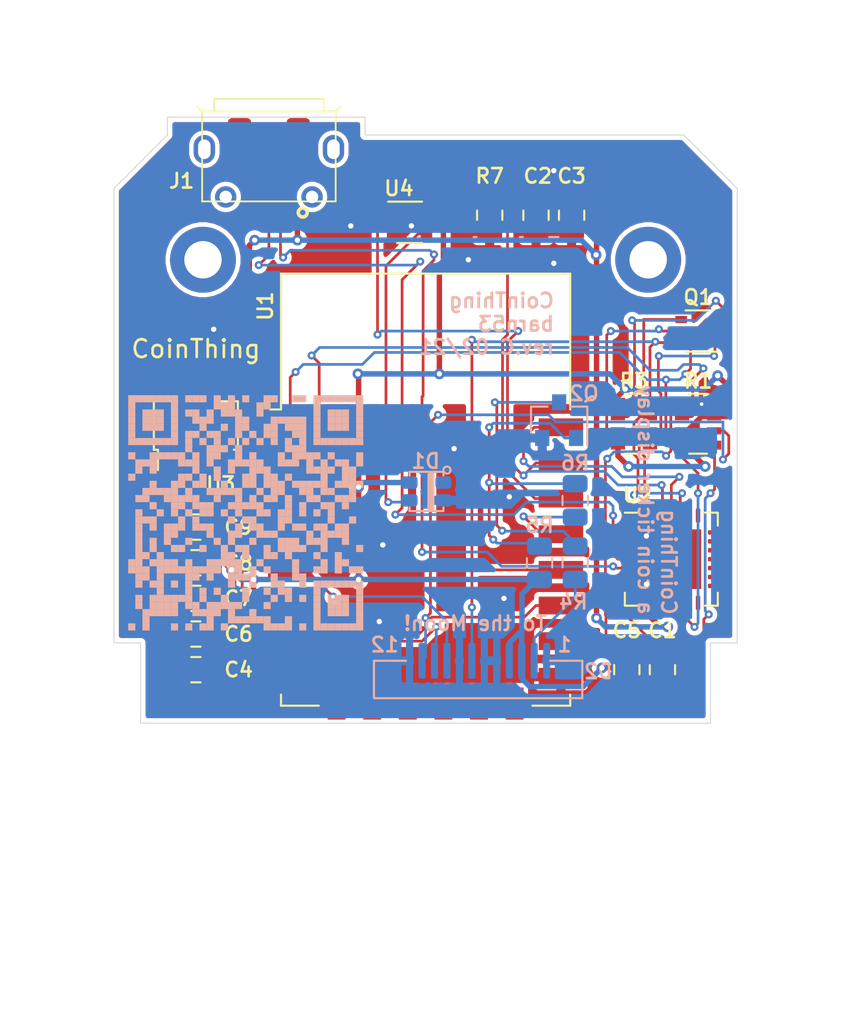
<source format=kicad_pcb>
(kicad_pcb (version 20171130) (host pcbnew "(5.1.6-0-10_14)")
  (layers (0 F.Cu signal) (31 B.Cu signal) (34 B.Paste user) (35 F.Paste user) (36 B.SilkS user) (37 F.SilkS user) (38 B.Mask user) (39 F.Mask user) (44 Edge.Cuts user))
  (net 0 "")
  (net 1 GND)
  (net 2 /VDD)
  (net 3 VBUS)
  (net 4 /~Reset)
  (net 5 +3V3)
  (net 6 /~TFT_RES)
  (net 7 /TFT_SDA)
  (net 8 /TFT_SCL)
  (net 9 /GPIO0)
  (net 10 /LEDK)
  (net 11 /D-)
  (net 12 /D+)
  (net 13 "Net-(Q1-Pad5)")
  (net 14 /RTS)
  (net 15 "Net-(Q1-Pad2)")
  (net 16 /DTR)
  (net 17 "Net-(Q2-Pad3)")
  (net 18 "Net-(Q2-Pad1)")
  (net 19 "Net-(R1-Pad5)")
  (net 20 "Net-(R1-Pad6)")
  (net 21 "Net-(R1-Pad8)")
  (net 22 /TFT_BL)
  (net 23 /RxD)
  (net 24 /GPIO5)
  (net 25 /TxD)
  (net 26 "Net-(D1-Pad3)")
  (module hole (layer F.Cu) (at 175 63)
    (fp_text reference REF** hide)
    (fp_text value hole hide)
    (pad "" thru_hole circle (at 0 0) (size 3.7 3.7) (drill 2.1) (layers *.Cu *.Mask))
  )
  (module hole (layer F.Cu) (at 150 63)
    (fp_text reference REF** hide)
    (fp_text value hole hide)
    (pad "" thru_hole circle (at 0 0) (size 3.7 3.7) (drill 2.1) (layers *.Cu *.Mask))
  )
  (module barn53-kicad:WS2812B-2020 (layer B.Cu) (at 162.5 76)
    (fp_text reference D1 (at 0 -1.7) (layer B.SilkS) (effects (font (size 0.8128 0.8128) (thickness 0.1524)) (justify mirror)))
    (fp_text value WS2812B-2020)
    (pad 4 smd roundrect (at -0.9 -0.5) (size 0.9 0.7) (layers B.Cu B.Paste B.Mask) (net 5 +3V3))
    (pad 3 smd roundrect (at -0.9 0.5) (size 0.9 0.7) (layers B.Cu B.Paste B.Mask) (net 26 "Net-(D1-Pad3)"))
    (pad 2 smd roundrect (at 1 0.5) (size 0.9 0.7) (layers B.Cu B.Paste B.Mask) (net 1 GND))
    (pad 1 smd roundrect (at 1 -0.5) (size 0.9 0.7) (layers B.Cu B.Paste B.Mask))
  )
  (module barn53-kicad:IPSDisplay_240x240_FPC_80deg (layer F.Cu) (at 162.5 85.5)
    (fp_text reference D2 (at 9.7 0.6) (layer B.SilkS) (effects (font (size 0.8128 0.8128) (thickness 0.1524)) (justify mirror)))
    (fp_text value IPSDisplay_240x240)
    (fp_text user 12 (at -2.3 -0.9) (layer B.SilkS) (effects (font (size 0.8128 0.8128) (thickness 0.1524)) (justify mirror)))
    (fp_text user 1 (at 7.8 -0.9) (layer B.SilkS) (effects (font (size 0.8128 0.8128) (thickness 0.1524)) (justify mirror)))
    (pad 12 smd roundrect (at -0.9 0) (size 0.4 2) (layers B.Cu B.Paste B.Mask) (net 1 GND))
    (pad 11 smd roundrect (at -0.2 0) (size 0.4 2) (layers B.Cu B.Paste B.Mask) (net 6 /~TFT_RES))
    (pad 10 smd roundrect (at 0.5 0) (size 0.4 2) (layers B.Cu B.Paste B.Mask) (net 7 /TFT_SDA))
    (pad 9 smd roundrect (at 1.2 0) (size 0.4 2) (layers B.Cu B.Paste B.Mask) (net 8 /TFT_SCL))
    (pad 8 smd roundrect (at 1.9 0) (size 0.4 2) (layers B.Cu B.Paste B.Mask) (net 1 GND))
    (pad 7 smd roundrect (at 2.6 0) (size 0.4 2) (layers B.Cu B.Paste B.Mask) (net 9 /GPIO0))
    (pad 6 smd roundrect (at 3.3 0) (size 0.4 2) (layers B.Cu B.Paste B.Mask) (net 1 GND))
    (pad 5 smd roundrect (at 4 0) (size 0.4 2) (layers B.Cu B.Paste B.Mask) (net 1 GND))
    (pad 4 smd roundrect (at 4.7 0) (size 0.4 2) (layers B.Cu B.Paste B.Mask) (net 5 +3V3))
    (pad 3 smd roundrect (at 5.4 0) (size 0.4 2) (layers B.Cu B.Paste B.Mask) (net 5 +3V3))
    (pad 2 smd roundrect (at 6.1 0) (size 0.4 2) (layers B.Cu B.Paste B.Mask) (net 10 /LEDK))
    (pad 1 smd roundrect (at 6.8 0) (size 0.4 2) (layers B.Cu B.Paste B.Mask) (net 1 GND))
  )
  (module barn53-kicad:ESP-12E (layer F.Cu) (at 162.5 75.9)
    (fp_text reference U1 (at -9 -10.3 270) (layer F.SilkS) (effects (font (size 0.8128 0.8128) (thickness 0.1524))))
    (fp_text value ESP-12E)
    (pad 1 smd rect (at -7.6 -3.5) (size 2.5 1) (layers F.Cu F.Paste F.Mask) (net 4 /~Reset))
    (pad 2 smd rect (at -7.6 -1.5) (size 2.5 1) (layers F.Cu F.Paste F.Mask))
    (pad 3 smd rect (at -7.6 0.5) (size 2.5 1) (layers F.Cu F.Paste F.Mask) (net 20 "Net-(R1-Pad6)"))
    (pad 4 smd rect (at -7.6 2.5) (size 2.5 1) (layers F.Cu F.Paste F.Mask))
    (pad 5 smd rect (at -7.6 4.5) (size 2.5 1) (layers F.Cu F.Paste F.Mask) (net 8 /TFT_SCL))
    (pad 6 smd rect (at -7.6 6.5) (size 2.5 1) (layers F.Cu F.Paste F.Mask))
    (pad 7 smd rect (at -7.6 8.5) (size 2.5 1) (layers F.Cu F.Paste F.Mask) (net 7 /TFT_SDA))
    (pad 8 smd rect (at -7.6 10.5) (size 2.5 1) (layers F.Cu F.Paste F.Mask) (net 5 +3V3))
    (pad 9 smd rect (at -5 12) (size 1 1.8) (layers F.Cu F.Paste F.Mask))
    (pad 10 smd rect (at -3 12) (size 1 1.8) (layers F.Cu F.Paste F.Mask))
    (pad 11 smd rect (at -1 12) (size 1 1.8) (layers F.Cu F.Paste F.Mask))
    (pad 12 smd rect (at 1 12) (size 1 1.8) (layers F.Cu F.Paste F.Mask))
    (pad 13 smd rect (at 3 12) (size 1 1.8) (layers F.Cu F.Paste F.Mask))
    (pad 14 smd rect (at 5 12) (size 1 1.8) (layers F.Cu F.Paste F.Mask))
    (pad 15 smd rect (at 7.6 10.5) (size 2.5 1) (layers F.Cu F.Paste F.Mask) (net 1 GND))
    (pad 16 smd rect (at 7.6 8.5) (size 2.5 1) (layers F.Cu F.Paste F.Mask) (net 19 "Net-(R1-Pad5)"))
    (pad 17 smd rect (at 7.6 6.5) (size 2.5 1) (layers F.Cu F.Paste F.Mask) (net 6 /~TFT_RES))
    (pad 18 smd rect (at 7.6 4.5) (size 2.5 1) (layers F.Cu F.Paste F.Mask) (net 9 /GPIO0))
    (pad 19 smd rect (at 7.6 2.5) (size 2.5 1) (layers F.Cu F.Paste F.Mask) (net 22 /TFT_BL))
    (pad 20 smd rect (at 7.6 0.5) (size 2.5 1) (layers F.Cu F.Paste F.Mask) (net 24 /GPIO5))
    (pad 21 smd rect (at 7.6 -1.5) (size 2.5 1) (layers F.Cu F.Paste F.Mask) (net 25 /TxD))
    (pad 22 smd rect (at 7.6 -3.5) (size 2.5 1) (layers F.Cu F.Paste F.Mask) (net 23 /RxD))
  )
  (module https:__barn53.github.io_CoinThing_ (layer B.Cu) (at 152.4 77.2 180)
    (fp_text reference QR***** hide)
    (fp_text value https://barn53.github.io/CoinThing/ hide)
  )
  (module Package_TO_SOT_SMD:SOT-353_SC-70-5 (layer F.Cu) (at 161.6 60.9)
    (fp_text reference U4 (at -0.6 -1.9) (layer F.SilkS) (effects (font (size 0.8128 0.8128) (thickness 0.1524))))
    (fp_text value 74AHC1G08)
    (pad 5 smd rect (at 0.95 -0.65) (size 0.65 0.4) (layers F.Cu F.Paste F.Mask) (net 5 +3V3))
    (pad 4 smd rect (at 0.95 0.65) (size 0.65 0.4) (layers F.Cu F.Paste F.Mask) (net 26 "Net-(D1-Pad3)"))
    (pad 2 smd rect (at -0.95 0) (size 0.65 0.4) (layers F.Cu F.Paste F.Mask) (net 24 /GPIO5))
    (pad 3 smd rect (at -0.95 0.65) (size 0.65 0.4) (layers F.Cu F.Paste F.Mask) (net 1 GND))
    (pad 1 smd rect (at -0.95 -0.65) (size 0.65 0.4) (layers F.Cu F.Paste F.Mask) (net 25 /TxD))
  )
  (module Package_TO_SOT_SMD:SOT-89-3 (layer F.Cu) (at 149.6 72.6 90)
    (fp_text reference U3 (at -3 1.4) (layer F.SilkS) (effects (font (size 0.8128 0.8128) (thickness 0.1524))))
    (fp_text value BL8565)
    (pad 2 smd custom (at -1.5625 0 90) (size 1.475 0.9) (layers F.Cu F.Paste F.Mask) (net 3 VBUS) (options (clearance outline) (anchor rect)) (primitives (gr_poly (pts (xy 0.7375 -0.8665) (xy 3.8625 -0.8665) (xy 3.8625 0.8665) (xy 0.7375 0.8665)) (width 0))))
    (pad 3 smd rect (at -1.65 1.5 90) (size 1.3 0.9) (layers F.Cu F.Paste F.Mask) (net 5 +3V3))
    (pad 1 smd rect (at -1.65 -1.5 90) (size 1.3 0.9) (layers F.Cu F.Paste F.Mask) (net 1 GND))
  )
  (module Package_DFN_QFN:QFN-28-1EP_5x5mm_P0.5mm_EP3.35x3.35mm (layer F.Cu) (at 176.3 79.8)
    (fp_text reference U2 (at -1.9 -3.6 180) (layer F.SilkS) (effects (font (size 0.8128 0.8128) (thickness 0.1524))))
    (fp_text value CP2102-GMR_NRND)
    (pad 29 smd rect (at 0 0) (size 3.35 3.35) (layers F.Cu F.Mask) (net 1 GND))
    (pad 28 smd roundrect (at -1.5 -2.45) (size 0.25 0.8) (layers F.Cu F.Paste F.Mask) (net 16 /DTR))
    (pad 27 smd roundrect (at -1 -2.45) (size 0.25 0.8) (layers F.Cu F.Paste F.Mask))
    (pad 26 smd roundrect (at -0.5 -2.45) (size 0.25 0.8) (layers F.Cu F.Paste F.Mask) (net 25 /TxD))
    (pad 25 smd roundrect (at 0 -2.45) (size 0.25 0.8) (layers F.Cu F.Paste F.Mask) (net 23 /RxD))
    (pad 24 smd roundrect (at 0.5 -2.45) (size 0.25 0.8) (layers F.Cu F.Paste F.Mask) (net 14 /RTS))
    (pad 23 smd roundrect (at 1 -2.45) (size 0.25 0.8) (layers F.Cu F.Paste F.Mask))
    (pad 22 smd roundrect (at 1.5 -2.45) (size 0.25 0.8) (layers F.Cu F.Paste F.Mask))
    (pad 21 smd roundrect (at 2.45 -1.5) (size 0.8 0.25) (layers F.Cu F.Paste F.Mask))
    (pad 20 smd roundrect (at 2.45 -1) (size 0.8 0.25) (layers F.Cu F.Paste F.Mask))
    (pad 19 smd roundrect (at 2.45 -0.5) (size 0.8 0.25) (layers F.Cu F.Paste F.Mask))
    (pad 18 smd roundrect (at 2.45 0) (size 0.8 0.25) (layers F.Cu F.Paste F.Mask))
    (pad 17 smd roundrect (at 2.45 0.5) (size 0.8 0.25) (layers F.Cu F.Paste F.Mask))
    (pad 16 smd roundrect (at 2.45 1) (size 0.8 0.25) (layers F.Cu F.Paste F.Mask))
    (pad 15 smd roundrect (at 2.45 1.5) (size 0.8 0.25) (layers F.Cu F.Paste F.Mask))
    (pad 14 smd roundrect (at 1.5 2.45) (size 0.25 0.8) (layers F.Cu F.Paste F.Mask))
    (pad 13 smd roundrect (at 1 2.45) (size 0.25 0.8) (layers F.Cu F.Paste F.Mask))
    (pad 12 smd roundrect (at 0.5 2.45) (size 0.25 0.8) (layers F.Cu F.Paste F.Mask))
    (pad 11 smd roundrect (at 0 2.45) (size 0.25 0.8) (layers F.Cu F.Paste F.Mask))
    (pad 10 smd roundrect (at -0.5 2.45) (size 0.25 0.8) (layers F.Cu F.Paste F.Mask))
    (pad 9 smd roundrect (at -1 2.45) (size 0.25 0.8) (layers F.Cu F.Paste F.Mask) (net 21 "Net-(R1-Pad8)"))
    (pad 8 smd roundrect (at -1.5 2.45) (size 0.25 0.8) (layers F.Cu F.Paste F.Mask) (net 3 VBUS))
    (pad 7 smd roundrect (at -2.45 1.5) (size 0.8 0.25) (layers F.Cu F.Paste F.Mask) (net 3 VBUS))
    (pad 6 smd roundrect (at -2.45 1) (size 0.8 0.25) (layers F.Cu F.Paste F.Mask) (net 2 /VDD))
    (pad 5 smd roundrect (at -2.45 0.5) (size 0.8 0.25) (layers F.Cu F.Paste F.Mask) (net 11 /D-))
    (pad 4 smd roundrect (at -2.45 0) (size 0.8 0.25) (layers F.Cu F.Paste F.Mask) (net 12 /D+))
    (pad 3 smd roundrect (at -2.45 -0.5) (size 0.8 0.25) (layers F.Cu F.Paste F.Mask) (net 1 GND))
    (pad 2 smd roundrect (at -2.45 -1) (size 0.8 0.25) (layers F.Cu F.Paste F.Mask))
    (pad 1 smd roundrect (at -2.45 -1.5) (size 0.8 0.25) (layers F.Cu F.Paste F.Mask))
  )
  (module Resistor_SMD:R_0805_2012Metric (layer F.Cu) (at 166.1 60.5 270)
    (fp_text reference R7 (at -2.2 0 180) (layer F.SilkS) (effects (font (size 0.8128 0.8128) (thickness 0.1524))))
    (fp_text value 10k)
    (pad 2 smd roundrect (at 0.9375 0 270) (size 0.975 1.4) (layers F.Cu F.Paste F.Mask) (net 1 GND))
    (pad 1 smd roundrect (at -0.9375 0 270) (size 0.975 1.4) (layers F.Cu F.Paste F.Mask) (net 24 /GPIO5))
  )
  (module Package_TO_SOT_SMD:SOT-23 (layer B.Cu) (at 170 72 90)
    (fp_text reference Q2 (at 1.5 1.4 180) (layer B.SilkS) (effects (font (size 0.8128 0.8128) (thickness 0.1524)) (justify mirror)))
    (fp_text value S8050_J3Y)
    (pad 3 smd rect (at 1 0 90) (size 0.9 0.8) (layers B.Cu B.Paste B.Mask) (net 17 "Net-(Q2-Pad3)"))
    (pad 2 smd rect (at -1 -0.95 90) (size 0.9 0.8) (layers B.Cu B.Paste B.Mask) (net 1 GND))
    (pad 1 smd rect (at -1 0.95 90) (size 0.9 0.8) (layers B.Cu B.Paste B.Mask) (net 18 "Net-(Q2-Pad1)"))
  )
  (module Package_TO_SOT_SMD:SOT-363_SC-70-6 (layer F.Cu) (at 177.8 67 180)
    (fp_text reference Q1 (at 0 1.9) (layer F.SilkS) (effects (font (size 0.8128 0.8128) (thickness 0.1524))))
    (fp_text value PUMX1)
    (pad 6 smd rect (at 0.95 -0.65 180) (size 0.65 0.4) (layers F.Cu F.Paste F.Mask) (net 9 /GPIO0))
    (pad 4 smd rect (at 0.95 0.65 180) (size 0.65 0.4) (layers F.Cu F.Paste F.Mask) (net 14 /RTS))
    (pad 2 smd rect (at -0.95 0 180) (size 0.65 0.4) (layers F.Cu F.Paste F.Mask) (net 15 "Net-(Q1-Pad2)"))
    (pad 5 smd rect (at 0.95 0 180) (size 0.65 0.4) (layers F.Cu F.Paste F.Mask) (net 13 "Net-(Q1-Pad5)"))
    (pad 3 smd rect (at -0.95 0.65 180) (size 0.65 0.4) (layers F.Cu F.Paste F.Mask) (net 4 /~Reset))
    (pad 1 smd rect (at -0.95 -0.65 180) (size 0.65 0.4) (layers F.Cu F.Paste F.Mask) (net 16 /DTR))
  )
  (module Resistor_SMD:R_0805_2012Metric (layer B.Cu) (at 170.9 76.5 270)
    (fp_text reference R6 (at -2.1 0 180) (layer B.SilkS) (effects (font (size 0.8128 0.8128) (thickness 0.1524)) (justify mirror)))
    (fp_text value 1k)
    (pad 2 smd roundrect (at 0.9375 0 270) (size 0.975 1.4) (layers B.Cu B.Paste B.Mask) (net 22 /TFT_BL))
    (pad 1 smd roundrect (at -0.9375 0 270) (size 0.975 1.4) (layers B.Cu B.Paste B.Mask) (net 18 "Net-(Q2-Pad1)"))
  )
  (module Resistor_SMD:R_0805_2012Metric (layer B.Cu) (at 168.9 80 270)
    (fp_text reference R5 (at -2.1 0 180) (layer B.SilkS) (effects (font (size 0.8128 0.8128) (thickness 0.1524)) (justify mirror)))
    (fp_text value 10k)
    (pad 2 smd roundrect (at 0.9375 0 270) (size 0.975 1.4) (layers B.Cu B.Paste B.Mask) (net 5 +3V3))
    (pad 1 smd roundrect (at -0.9375 0 270) (size 0.975 1.4) (layers B.Cu B.Paste B.Mask) (net 18 "Net-(Q2-Pad1)"))
  )
  (module Resistor_SMD:R_0805_2012Metric (layer B.Cu) (at 170.9 80 90)
    (fp_text reference R4 (at -2.2 -0.1 180) (layer B.SilkS) (effects (font (size 0.8128 0.8128) (thickness 0.1524)) (justify mirror)))
    (fp_text value 10)
    (pad 2 smd roundrect (at 0.9375 0 90) (size 0.975 1.4) (layers B.Cu B.Paste B.Mask) (net 17 "Net-(Q2-Pad3)"))
    (pad 1 smd roundrect (at -0.9375 0 90) (size 0.975 1.4) (layers B.Cu B.Paste B.Mask) (net 10 /LEDK))
  )
  (module Resistor_SMD:R_Array_Convex_4x0603 (layer F.Cu) (at 174.2 72.2 180)
    (fp_text reference R3 (at 0 2.4) (layer F.SilkS) (effects (font (size 0.8128 0.8128) (thickness 0.1524))))
    (fp_text value 10k)
    (pad 5 smd rect (at 0.9 1.2 180) (size 0.8 0.5) (layers F.Cu F.Paste F.Mask) (net 5 +3V3))
    (pad 6 smd rect (at 0.9 0.4 180) (size 0.8 0.4) (layers F.Cu F.Paste F.Mask) (net 15 "Net-(Q1-Pad2)"))
    (pad 8 smd rect (at 0.9 -1.2 180) (size 0.8 0.5) (layers F.Cu F.Paste F.Mask) (net 5 +3V3))
    (pad 7 smd rect (at 0.9 -0.4 180) (size 0.8 0.4) (layers F.Cu F.Paste F.Mask) (net 13 "Net-(Q1-Pad5)"))
    (pad 4 smd rect (at -0.9 1.2 180) (size 0.8 0.5) (layers F.Cu F.Paste F.Mask) (net 9 /GPIO0))
    (pad 2 smd rect (at -0.9 -0.4 180) (size 0.8 0.4) (layers F.Cu F.Paste F.Mask) (net 16 /DTR))
    (pad 3 smd rect (at -0.9 0.4 180) (size 0.8 0.4) (layers F.Cu F.Paste F.Mask) (net 14 /RTS))
    (pad 1 smd rect (at -0.9 -1.2 180) (size 0.8 0.5) (layers F.Cu F.Paste F.Mask) (net 4 /~Reset))
  )
  (module Resistor_SMD:R_Array_Convex_4x0603 (layer F.Cu) (at 177.8 72.2 180)
    (fp_text reference R1 (at 0 2.4 180) (layer F.SilkS) (effects (font (size 0.8128 0.8128) (thickness 0.1524))))
    (fp_text value 10k)
    (pad 5 smd rect (at 0.9 1.2 180) (size 0.8 0.5) (layers F.Cu F.Paste F.Mask) (net 19 "Net-(R1-Pad5)"))
    (pad 6 smd rect (at 0.9 0.4 180) (size 0.8 0.4) (layers F.Cu F.Paste F.Mask) (net 20 "Net-(R1-Pad6)"))
    (pad 8 smd rect (at 0.9 -1.2 180) (size 0.8 0.5) (layers F.Cu F.Paste F.Mask) (net 21 "Net-(R1-Pad8)"))
    (pad 7 smd rect (at 0.9 -0.4 180) (size 0.8 0.4) (layers F.Cu F.Paste F.Mask) (net 5 +3V3))
    (pad 4 smd rect (at -0.9 1.2 180) (size 0.8 0.5) (layers F.Cu F.Paste F.Mask) (net 1 GND))
    (pad 2 smd rect (at -0.9 -0.4 180) (size 0.8 0.4) (layers F.Cu F.Paste F.Mask) (net 6 /~TFT_RES))
    (pad 3 smd rect (at -0.9 0.4 180) (size 0.8 0.4) (layers F.Cu F.Paste F.Mask) (net 5 +3V3))
    (pad 1 smd rect (at -0.9 -1.2 180) (size 0.8 0.5) (layers F.Cu F.Paste F.Mask) (net 2 /VDD))
  )
  (module barn53-kicad:MicroUSB_through_hole_fixing (layer F.Cu) (at 153.7 60 180)
    (fp_text reference J1 (at 4.9 1.425 180) (layer F.SilkS) (effects (font (size 0.8128 0.8128) (thickness 0.1524))))
    (fp_text value USB_B_Micro)
    (pad 6 smd roundrect (at 1.65 4.5 180) (size 1.3 0.9) (layers F.Cu F.Paste F.Mask) (net 1 GND))
    (pad 6 smd roundrect (at -1.65 4.5 180) (size 1.3 0.9) (layers F.Cu F.Paste F.Mask) (net 1 GND))
    (pad 1 smd rect (at -1.3 0 180) (size 0.4 1.6) (layers F.Cu F.Paste F.Mask) (net 3 VBUS))
    (pad 2 smd rect (at -0.65 0 180) (size 0.4 1.6) (layers F.Cu F.Paste F.Mask) (net 11 /D-))
    (pad 3 smd rect (at 0 0 180) (size 0.4 1.6) (layers F.Cu F.Paste F.Mask) (net 12 /D+))
    (pad 4 smd rect (at 0.65 0 180) (size 0.4 1.6) (layers F.Cu F.Paste F.Mask))
    (pad 5 smd rect (at 1.3 0 180) (size 0.4 1.6) (layers F.Cu F.Paste F.Mask) (net 1 GND))
    (pad "" thru_hole circle (at -2.425 0.525) (size 1.2 1.2) (drill 0.7) (layers *.Cu *.Mask))
    (pad "" thru_hole circle (at 2.425 0.525) (size 1.2 1.2) (drill 0.7) (layers *.Cu *.Mask))
    (pad "" thru_hole oval (at -3.625 3.2) (size 1.2 1.6) (drill oval 0.7 1.1) (layers *.Cu *.Mask))
    (pad "" thru_hole oval (at 3.625 3.2) (size 1.2 1.6) (drill oval 0.7 1.1) (layers *.Cu *.Mask))
  )
  (module Capacitor_SMD:C_0805_2012Metric (layer F.Cu) (at 149.6 78 180)
    (fp_text reference C9 (at -2.4 0) (layer F.SilkS) (effects (font (size 0.8128 0.8128) (thickness 0.1524))))
    (fp_text value 4.7u)
    (pad 2 smd roundrect (at 0.9375 0 180) (size 0.975 1.4) (layers F.Cu F.Paste F.Mask) (net 1 GND))
    (pad 1 smd roundrect (at -0.9375 0 180) (size 0.975 1.4) (layers F.Cu F.Paste F.Mask) (net 5 +3V3))
  )
  (module Capacitor_SMD:C_0805_2012Metric (layer F.Cu) (at 149.6 80 180)
    (fp_text reference C8 (at -2.4 0) (layer F.SilkS) (effects (font (size 0.8128 0.8128) (thickness 0.1524))))
    (fp_text value 100n)
    (pad 2 smd roundrect (at 0.9375 0 180) (size 0.975 1.4) (layers F.Cu F.Paste F.Mask) (net 1 GND))
    (pad 1 smd roundrect (at -0.9375 0 180) (size 0.975 1.4) (layers F.Cu F.Paste F.Mask) (net 5 +3V3))
  )
  (module Capacitor_SMD:C_0805_2012Metric (layer F.Cu) (at 149.6 82)
    (fp_text reference C7 (at 2.4 0) (layer F.SilkS) (effects (font (size 0.8128 0.8128) (thickness 0.1524))))
    (fp_text value 100n)
    (pad 2 smd roundrect (at 0.9375 0) (size 0.975 1.4) (layers F.Cu F.Paste F.Mask) (net 1 GND))
    (pad 1 smd roundrect (at -0.9375 0) (size 0.975 1.4) (layers F.Cu F.Paste F.Mask) (net 3 VBUS))
  )
  (module Capacitor_SMD:C_0805_2012Metric (layer F.Cu) (at 149.6 84)
    (fp_text reference C6 (at 2.4 0) (layer F.SilkS) (effects (font (size 0.8128 0.8128) (thickness 0.1524))))
    (fp_text value 1u)
    (pad 2 smd roundrect (at 0.9375 0) (size 0.975 1.4) (layers F.Cu F.Paste F.Mask) (net 1 GND))
    (pad 1 smd roundrect (at -0.9375 0) (size 0.975 1.4) (layers F.Cu F.Paste F.Mask) (net 3 VBUS))
  )
  (module Capacitor_SMD:C_0805_2012Metric (layer F.Cu) (at 173.8 86 270)
    (fp_text reference C5 (at -2.2 0 180) (layer F.SilkS) (effects (font (size 0.8128 0.8128) (thickness 0.1524))))
    (fp_text value 100n)
    (pad 2 smd roundrect (at 0.9375 0 270) (size 0.975 1.4) (layers F.Cu F.Paste F.Mask) (net 1 GND))
    (pad 1 smd roundrect (at -0.9375 0 270) (size 0.975 1.4) (layers F.Cu F.Paste F.Mask) (net 5 +3V3))
  )
  (module Capacitor_SMD:C_0805_2012Metric (layer F.Cu) (at 149.6 86 180)
    (fp_text reference C4 (at -2.4 0) (layer F.SilkS) (effects (font (size 0.8128 0.8128) (thickness 0.1524))))
    (fp_text value 100n)
    (pad 2 smd roundrect (at 0.9375 0 180) (size 0.975 1.4) (layers F.Cu F.Paste F.Mask) (net 1 GND))
    (pad 1 smd roundrect (at -0.9375 0 180) (size 0.975 1.4) (layers F.Cu F.Paste F.Mask) (net 4 /~Reset))
  )
  (module Capacitor_SMD:C_0805_2012Metric (layer F.Cu) (at 170.7 60.5 270)
    (fp_text reference C3 (at -2.2 0) (layer F.SilkS) (effects (font (size 0.8128 0.8128) (thickness 0.1524))))
    (fp_text value 100n)
    (pad 2 smd roundrect (at 0.9375 0 270) (size 0.975 1.4) (layers F.Cu F.Paste F.Mask) (net 1 GND))
    (pad 1 smd roundrect (at -0.9375 0 270) (size 0.975 1.4) (layers F.Cu F.Paste F.Mask) (net 3 VBUS))
  )
  (module Capacitor_SMD:C_0805_2012Metric (layer F.Cu) (at 168.7 60.5 270)
    (fp_text reference C2 (at -2.2 -0.1) (layer F.SilkS) (effects (font (size 0.8128 0.8128) (thickness 0.1524))))
    (fp_text value 4.7u)
    (pad 2 smd roundrect (at 0.9375 0 270) (size 0.975 1.4) (layers F.Cu F.Paste F.Mask) (net 1 GND))
    (pad 1 smd roundrect (at -0.9375 0 270) (size 0.975 1.4) (layers F.Cu F.Paste F.Mask) (net 3 VBUS))
  )
  (module Capacitor_SMD:C_0805_2012Metric (layer F.Cu) (at 175.8 86 270)
    (fp_text reference C1 (at -2.2 0) (layer F.SilkS) (effects (font (size 0.8128 0.8128) (thickness 0.1524))))
    (fp_text value 100n)
    (pad 2 smd roundrect (at 0.9375 0 270) (size 0.975 1.4) (layers F.Cu F.Paste F.Mask) (net 1 GND))
    (pad 1 smd roundrect (at -0.9375 0 270) (size 0.975 1.4) (layers F.Cu F.Paste F.Mask) (net 2 /VDD))
  )
  (gr_text CoinThing (at 149.6 68) (layer F.SilkS) (effects (font (size 1 1))))
  (gr_line (start 148 56) (end 145 59) (layer Edge.Cuts) (width 0.05))
  (gr_line (start 177 56) (end 180 59) (layer Edge.Cuts) (width 0.05))
  (gr_text "CoinThing\na coin ticker display" (at 175.5 83 270) (layer B.SilkS) (effects (font (size 0.8128 0.8128) (thickness 0.1524)) (justify left mirror)))
  (gr_text "CoinThing\nbarn53\nrev.C 02/21" (at 169.8 66.6) (layer B.SilkS) (effects (font (size 0.8128 0.8128) (thickness 0.1524)) (justify left mirror)))
  (gr_text "To the Moon!" (at 169.4 83.4) (layer B.SilkS) (effects (font (size 0.8128 0.8128) (thickness 0.1524)) (justify left mirror)))
  (gr_line (start 148 56) (end 148 55) (layer Edge.Cuts) (width 0.05))
  (gr_line (start 159.1 56) (end 159.1 55) (layer Edge.Cuts) (width 0.05))
  (gr_line (start 177 56) (end 159.1 56) (layer Edge.Cuts) (width 0.05))
  (gr_line (start 178.5 84.5) (end 178.5 89) (layer Edge.Cuts) (width 0.05))
  (gr_line (start 180 84.5) (end 178.5 84.5) (layer Edge.Cuts) (width 0.05))
  (gr_line (start 146.5 84.5) (end 146.5 89) (layer Edge.Cuts) (width 0.05))
  (gr_line (start 145 84.5) (end 146.5 84.5) (layer Edge.Cuts) (width 0.05))
  (gr_line (start 145 84.5) (end 145 59) (layer Edge.Cuts) (width 0.05))
  (gr_line (start 178.5 89) (end 146.5 89) (layer Edge.Cuts) (width 0.05))
  (gr_line (start 180 59) (end 180 84.5) (layer Edge.Cuts) (width 0.05))
  (gr_line (start 148 55) (end 159.1 55) (layer Edge.Cuts) (width 0.05))
  (via (at 174.9 81.2) (size 0.6) (drill 0.3) (layers F.Cu B.Cu) (net 1))
  (via (at 174.9 78.5) (size 0.6) (drill 0.3) (layers F.Cu B.Cu) (net 1))
  (segment (start 175.8 79.3) (end 176.3 79.8) (width 0.3048) (layer F.Cu) (net 1))
  (segment (start 173.85 79.3) (end 175.8 79.3) (width 0.3048) (layer F.Cu) (net 1))
  (via (at 178 71.1) (size 0.45) (drill 0.2) (layers F.Cu B.Cu) (net 1))
  (segment (start 178.6 71.1) (end 178.7 71) (width 0.3048) (layer F.Cu) (net 1))
  (segment (start 178 71.1) (end 178.6 71.1) (width 0.3048) (layer F.Cu) (net 1))
  (via (at 169.7 58) (size 0.6) (drill 0.3) (layers F.Cu B.Cu) (net 1))
  (via (at 150.6 66.9) (size 0.6) (drill 0.3) (layers F.Cu B.Cu) (net 1))
  (via (at 169.7 63.2) (size 0.6) (drill 0.3) (layers F.Cu B.Cu) (net 1))
  (via (at 158.3 61.1) (size 0.6) (drill 0.3) (layers F.Cu B.Cu) (net 1))
  (via (at 164.1 73.6) (size 0.6) (drill 0.3) (layers F.Cu B.Cu) (net 1))
  (via (at 161.7 61.1) (size 0.6) (drill 0.3) (layers F.Cu B.Cu) (net 1))
  (via (at 166.9 82) (size 0.6) (drill 0.3) (layers F.Cu B.Cu) (net 1))
  (via (at 159.9 83.3) (size 0.6) (drill 0.3) (layers F.Cu B.Cu) (net 1))
  (via (at 160.1 79) (size 0.6) (drill 0.3) (layers F.Cu B.Cu) (net 1))
  (via (at 164.9 63) (size 0.6) (drill 0.3) (layers F.Cu B.Cu) (net 1))
  (via (at 167.2 76.3) (size 0.6) (drill 0.3) (layers F.Cu B.Cu) (net 1))
  (via (at 178.5 76.1) (size 0.45) (drill 0.2) (layers F.Cu B.Cu) (net 2))
  (segment (start 178.2 82.7) (end 178.4 82.9) (width 0.1524) (layer B.Cu) (net 2))
  (segment (start 178.2 76.4) (end 178.2 82.7) (width 0.1524) (layer B.Cu) (net 2))
  (segment (start 178.5 76.1) (end 178.2 76.4) (width 0.1524) (layer B.Cu) (net 2))
  (segment (start 178.4 82.9) (end 178.4 82.9) (width 0.1524) (layer B.Cu) (net 2))
  (via (at 178.4 82.9) (size 0.45) (drill 0.2) (layers F.Cu B.Cu) (net 2))
  (segment (start 178.7 73.4) (end 178.728611 73.428611) (width 0.1524) (layer F.Cu) (net 2))
  (segment (start 178.728611 73.428611) (end 178.728611 75.871389) (width 0.1524) (layer F.Cu) (net 2))
  (segment (start 178.728611 75.871389) (end 178.5 76.1) (width 0.1524) (layer F.Cu) (net 2))
  (segment (start 173.45 80.8) (end 173.85 80.8) (width 0.1524) (layer F.Cu) (net 2))
  (segment (start 173.22139 81.02861) (end 173.45 80.8) (width 0.1524) (layer F.Cu) (net 2))
  (segment (start 173.22139 82.42139) (end 173.22139 81.02861) (width 0.1524) (layer F.Cu) (net 2))
  (segment (start 175.8 85) (end 173.22139 82.42139) (width 0.1524) (layer F.Cu) (net 2))
  (segment (start 175.8 85.0625) (end 175.8 85) (width 0.1524) (layer F.Cu) (net 2))
  (segment (start 176.9375 85.0625) (end 175.8 85.0625) (width 0.1524) (layer F.Cu) (net 2))
  (segment (start 178.122988 83.877012) (end 176.9375 85.0625) (width 0.1524) (layer F.Cu) (net 2))
  (segment (start 178.122988 83.177012) (end 178.122988 83.877012) (width 0.1524) (layer F.Cu) (net 2))
  (segment (start 178.4 82.9) (end 178.122988 83.177012) (width 0.1524) (layer F.Cu) (net 2))
  (segment (start 168.7 59.5625) (end 170.7 59.5625) (width 0.3048) (layer F.Cu) (net 3))
  (segment (start 148.6625 82) (end 148.6625 84) (width 0.3048) (layer F.Cu) (net 3))
  (segment (start 147.87019 81.20769) (end 148.6625 82) (width 0.3048) (layer F.Cu) (net 3))
  (segment (start 147.87019 76.62981) (end 147.87019 81.20769) (width 0.3048) (layer F.Cu) (net 3))
  (segment (start 149.6 74.9) (end 147.87019 76.62981) (width 0.3048) (layer F.Cu) (net 3))
  (segment (start 149.6 74.1625) (end 149.6 74.9) (width 0.3048) (layer F.Cu) (net 3))
  (segment (start 150.6625 73.1) (end 149.6 74.1625) (width 0.3048) (layer F.Cu) (net 3))
  (segment (start 152.6 73.1) (end 150.6625 73.1) (width 0.3048) (layer F.Cu) (net 3))
  (segment (start 173.85 81.3) (end 174.8 82.25) (width 0.3048) (layer F.Cu) (net 3))
  (via (at 176.1 83.6) (size 0.6) (drill 0.3) (layers F.Cu B.Cu) (net 3))
  (segment (start 174.8 82.724264) (end 174.8 82.25) (width 0.3048) (layer F.Cu) (net 3))
  (segment (start 175.675736 83.6) (end 174.8 82.724264) (width 0.3048) (layer F.Cu) (net 3))
  (segment (start 176.1 83.6) (end 175.675736 83.6) (width 0.3048) (layer F.Cu) (net 3))
  (segment (start 172.6 83.6) (end 172.1 83.1) (width 0.3048) (layer B.Cu) (net 3))
  (via (at 172.1 83.1) (size 0.6) (drill 0.3) (layers F.Cu B.Cu) (net 3))
  (segment (start 176.1 83.6) (end 172.6 83.6) (width 0.3048) (layer B.Cu) (net 3))
  (via (at 152.9 61.9) (size 0.6) (drill 0.3) (layers F.Cu B.Cu) (net 3))
  (segment (start 152.6 62.2) (end 152.9 61.9) (width 0.3048) (layer F.Cu) (net 3))
  (segment (start 152.6 73.1) (end 152.6 62.2) (width 0.3048) (layer F.Cu) (net 3))
  (via (at 155.3 61.9) (size 0.6) (drill 0.3) (layers F.Cu B.Cu) (net 3))
  (segment (start 152.9 61.9) (end 155.3 61.9) (width 0.3048) (layer B.Cu) (net 3))
  (segment (start 155.3 60.3) (end 155 60) (width 0.3048) (layer F.Cu) (net 3))
  (segment (start 155.3 61.9) (end 155.3 60.3) (width 0.3048) (layer F.Cu) (net 3))
  (segment (start 171.248376 61.9) (end 172.074188 62.725812) (width 0.3048) (layer B.Cu) (net 3))
  (via (at 172.074188 62.725812) (size 0.6) (drill 0.3) (layers F.Cu B.Cu) (net 3))
  (segment (start 155.3 61.9) (end 171.248376 61.9) (width 0.3048) (layer B.Cu) (net 3))
  (segment (start 172.1 82.675736) (end 172.1 83.1) (width 0.3048) (layer F.Cu) (net 3))
  (segment (start 172.1 60.9625) (end 172.1 82.675736) (width 0.3048) (layer F.Cu) (net 3))
  (segment (start 170.7 59.5625) (end 172.1 60.9625) (width 0.3048) (layer F.Cu) (net 3))
  (via (at 155.2 69.3) (size 0.45) (drill 0.2) (layers F.Cu B.Cu) (net 4))
  (segment (start 154.9 69.6) (end 154.9 72.4) (width 0.1524) (layer F.Cu) (net 4))
  (segment (start 155.2 69.3) (end 154.9 69.6) (width 0.1524) (layer F.Cu) (net 4))
  (segment (start 152.2 74.984238) (end 152.2 85.6) (width 0.1524) (layer F.Cu) (net 4))
  (segment (start 154.784238 72.4) (end 152.2 74.984238) (width 0.1524) (layer F.Cu) (net 4))
  (segment (start 151.8 86) (end 150.5375 86) (width 0.1524) (layer F.Cu) (net 4))
  (segment (start 152.2 85.6) (end 151.8 86) (width 0.1524) (layer F.Cu) (net 4))
  (segment (start 154.9 72.4) (end 154.784238 72.4) (width 0.1524) (layer F.Cu) (net 4))
  (via (at 176 69.728328) (size 0.45) (drill 0.2) (layers F.Cu B.Cu) (net 4))
  (via (at 177.083255 69.413076) (size 0.45) (drill 0.2) (layers F.Cu B.Cu) (net 4))
  (segment (start 176 69.728328) (end 176.768003 69.728328) (width 0.1524) (layer B.Cu) (net 4))
  (segment (start 177.378201 69.11813) (end 177.083255 69.413076) (width 0.1524) (layer F.Cu) (net 4))
  (segment (start 178.2726 66.35) (end 177.378201 67.244399) (width 0.1524) (layer F.Cu) (net 4))
  (segment (start 176.768003 69.728328) (end 177.083255 69.413076) (width 0.1524) (layer B.Cu) (net 4))
  (segment (start 177.378201 67.244399) (end 177.378201 69.11813) (width 0.1524) (layer F.Cu) (net 4))
  (segment (start 178.75 66.35) (end 178.2726 66.35) (width 0.1524) (layer F.Cu) (net 4))
  (segment (start 175.25 73.4) (end 175.991988 72.658012) (width 0.1524) (layer F.Cu) (net 4))
  (segment (start 175.991988 69.73634) (end 176 69.728328) (width 0.1524) (layer F.Cu) (net 4))
  (segment (start 175.1 73.4) (end 175.25 73.4) (width 0.1524) (layer F.Cu) (net 4))
  (segment (start 175.991988 72.658012) (end 175.991988 69.73634) (width 0.1524) (layer F.Cu) (net 4))
  (segment (start 174.928328 69.728328) (end 176 69.728328) (width 0.1524) (layer B.Cu) (net 4))
  (segment (start 173.4 68.2) (end 174.928328 69.728328) (width 0.1524) (layer B.Cu) (net 4))
  (segment (start 158.953729 68.871397) (end 159.625126 68.2) (width 0.1524) (layer B.Cu) (net 4))
  (segment (start 155.2 69.3) (end 155.628603 68.871397) (width 0.1524) (layer B.Cu) (net 4))
  (segment (start 159.625126 68.2) (end 173.4 68.2) (width 0.1524) (layer B.Cu) (net 4))
  (segment (start 155.628603 68.871397) (end 158.953729 68.871397) (width 0.1524) (layer B.Cu) (net 4))
  (segment (start 150.5375 78) (end 150.5375 80) (width 0.3048) (layer F.Cu) (net 5))
  (segment (start 151.1 77.4375) (end 150.5375 78) (width 0.3048) (layer F.Cu) (net 5))
  (segment (start 151.1 74.25) (end 151.1 77.4375) (width 0.3048) (layer F.Cu) (net 5))
  (via (at 151.6 80.4) (size 0.6) (drill 0.3) (layers F.Cu B.Cu) (net 5))
  (segment (start 150.5375 80) (end 151.2 80) (width 0.3048) (layer F.Cu) (net 5))
  (segment (start 152.1375 80.9375) (end 151.6 80.4) (width 0.3048) (layer B.Cu) (net 5))
  (segment (start 151.2 80) (end 151.6 80.4) (width 0.3048) (layer F.Cu) (net 5))
  (segment (start 152.8375 85.8923) (end 152.8375 80.9375) (width 0.3048) (layer F.Cu) (net 5))
  (segment (start 153.3452 86.4) (end 152.8375 85.8923) (width 0.3048) (layer F.Cu) (net 5))
  (segment (start 152.8375 80.9375) (end 152.1375 80.9375) (width 0.3048) (layer B.Cu) (net 5))
  (via (at 152.8375 80.9375) (size 0.6) (drill 0.3) (layers F.Cu B.Cu) (net 5))
  (segment (start 154.9 86.4) (end 153.3452 86.4) (width 0.3048) (layer F.Cu) (net 5))
  (via (at 158.7375 80.9375) (size 0.6) (drill 0.3) (layers F.Cu B.Cu) (net 5))
  (segment (start 177.1952 72.6) (end 176.9 72.6) (width 0.3048) (layer F.Cu) (net 5))
  (segment (start 178.7 71.8) (end 177.9952 71.8) (width 0.3048) (layer F.Cu) (net 5))
  (segment (start 177.9952 71.8) (end 177.7476 72.0476) (width 0.3048) (layer F.Cu) (net 5))
  (segment (start 177.7476 72.0476) (end 177.1952 72.6) (width 0.3048) (layer F.Cu) (net 5))
  (segment (start 173.3 70.663633) (end 173.705495 70.258138) (width 0.3048) (layer F.Cu) (net 5))
  (via (at 173.705495 70.258138) (size 0.6) (drill 0.3) (layers F.Cu B.Cu) (net 5))
  (segment (start 173.3 71) (end 173.3 70.663633) (width 0.3048) (layer F.Cu) (net 5))
  (via (at 178.9 69.50001) (size 0.6) (drill 0.3) (layers F.Cu B.Cu) (net 5))
  (segment (start 178.141872 70.258138) (end 178.9 69.50001) (width 0.3048) (layer B.Cu) (net 5))
  (segment (start 173.705495 70.258138) (end 178.141872 70.258138) (width 0.3048) (layer B.Cu) (net 5))
  (segment (start 179.5 70.10001) (end 178.9 69.50001) (width 0.3048) (layer F.Cu) (net 5))
  (segment (start 179.5 71.7048) (end 179.5 70.10001) (width 0.3048) (layer F.Cu) (net 5))
  (segment (start 179.4048 71.8) (end 179.5 71.7048) (width 0.3048) (layer F.Cu) (net 5))
  (segment (start 178.7 71.8) (end 179.4048 71.8) (width 0.3048) (layer F.Cu) (net 5))
  (via (at 163.273785 69.403611) (size 0.6) (drill 0.3) (layers F.Cu B.Cu) (net 5))
  (segment (start 163.273785 68.979347) (end 163.273785 69.403611) (width 0.3048) (layer F.Cu) (net 5))
  (segment (start 163.5 63.084108) (end 163.273785 63.310323) (width 0.3048) (layer F.Cu) (net 5))
  (segment (start 163.273785 63.310323) (end 163.273785 68.979347) (width 0.3048) (layer F.Cu) (net 5))
  (segment (start 162.55 60.25) (end 163.05 60.25) (width 0.3048) (layer F.Cu) (net 5))
  (segment (start 163.05 60.25) (end 163.5 60.7) (width 0.3048) (layer F.Cu) (net 5))
  (segment (start 163.5 60.7) (end 163.5 63.084108) (width 0.3048) (layer F.Cu) (net 5))
  (via (at 158.7 69.400002) (size 0.6) (drill 0.3) (layers F.Cu B.Cu) (net 5))
  (segment (start 158.7375 69.437502) (end 158.7 69.400002) (width 0.3048) (layer F.Cu) (net 5))
  (segment (start 158.703609 69.403611) (end 158.7 69.400002) (width 0.3048) (layer B.Cu) (net 5))
  (segment (start 163.273785 69.403611) (end 158.703609 69.403611) (width 0.3048) (layer B.Cu) (net 5))
  (via (at 158.7375 75.7625) (size 0.6) (drill 0.3) (layers F.Cu B.Cu) (net 5))
  (segment (start 161.6 75.5) (end 159 75.5) (width 0.3048) (layer B.Cu) (net 5))
  (segment (start 159 75.5) (end 158.7375 75.7625) (width 0.3048) (layer B.Cu) (net 5))
  (segment (start 158.7375 75.7625) (end 158.7375 69.437502) (width 0.3048) (layer F.Cu) (net 5))
  (segment (start 158.7375 80.9375) (end 158.7375 75.7625) (width 0.3048) (layer F.Cu) (net 5))
  (segment (start 167.2 84.5) (end 167.9 83.8) (width 0.3048) (layer B.Cu) (net 5))
  (segment (start 167.2 85.5) (end 167.2 84.5) (width 0.3048) (layer B.Cu) (net 5))
  (segment (start 167.9 85.5) (end 167.9 83.8) (width 0.3048) (layer B.Cu) (net 5))
  (segment (start 172.9625 85.9) (end 172.4 85.9) (width 0.3048) (layer F.Cu) (net 5))
  (segment (start 167.9 85.5) (end 167.9 86.5) (width 0.3048) (layer B.Cu) (net 5))
  (segment (start 171.350001 86.949999) (end 172.4 85.9) (width 0.3048) (layer B.Cu) (net 5))
  (segment (start 168.349999 86.949999) (end 171.350001 86.949999) (width 0.3048) (layer B.Cu) (net 5))
  (segment (start 167.9 86.5) (end 168.349999 86.949999) (width 0.3048) (layer B.Cu) (net 5))
  (segment (start 173.8 85.0625) (end 172.9625 85.9) (width 0.3048) (layer F.Cu) (net 5))
  (via (at 172.4 85.9) (size 0.6) (drill 0.3) (layers F.Cu B.Cu) (net 5))
  (segment (start 172.850968 69.403611) (end 165.456483 69.403611) (width 0.3048) (layer B.Cu) (net 5))
  (segment (start 165.456483 69.403611) (end 163.273785 69.403611) (width 0.3048) (layer B.Cu) (net 5))
  (segment (start 173.705495 70.258138) (end 172.850968 69.403611) (width 0.3048) (layer B.Cu) (net 5))
  (via (at 178.19999 74.59999) (size 0.6) (drill 0.3) (layers F.Cu B.Cu) (net 5))
  (segment (start 177.7476 74.1476) (end 178.19999 74.59999) (width 0.3048) (layer F.Cu) (net 5))
  (segment (start 177.7476 72.0476) (end 177.7476 74.1476) (width 0.3048) (layer F.Cu) (net 5))
  (segment (start 173.90001 74.59999) (end 173.9 74.6) (width 0.3048) (layer B.Cu) (net 5))
  (segment (start 173.3 74) (end 173.9 74.6) (width 0.3048) (layer F.Cu) (net 5))
  (segment (start 173.3 73.4) (end 173.3 74) (width 0.3048) (layer F.Cu) (net 5))
  (via (at 173.9 74.6) (size 0.6) (drill 0.3) (layers F.Cu B.Cu) (net 5))
  (segment (start 178.19999 74.59999) (end 173.90001 74.59999) (width 0.3048) (layer B.Cu) (net 5))
  (segment (start 168.73125 80.9375) (end 168.9 80.9375) (width 0.3048) (layer B.Cu) (net 5))
  (segment (start 167.916303 81.752447) (end 168.73125 80.9375) (width 0.3048) (layer B.Cu) (net 5))
  (segment (start 167.916303 83.783697) (end 167.916303 81.752447) (width 0.3048) (layer B.Cu) (net 5))
  (segment (start 167.9 83.8) (end 167.916303 83.783697) (width 0.3048) (layer B.Cu) (net 5))
  (segment (start 168.9 80.9375) (end 152.8375 80.9375) (width 0.3048) (layer B.Cu) (net 5))
  (via (at 162.5 83.1) (size 0.45) (drill 0.2) (layers F.Cu B.Cu) (net 6))
  (segment (start 162.5 85.3) (end 162.3 85.5) (width 0.1524) (layer B.Cu) (net 6))
  (segment (start 162.5 83.1) (end 162.5 85.3) (width 0.1524) (layer B.Cu) (net 6))
  (segment (start 170.1 82.4) (end 168.6976 82.4) (width 0.1524) (layer F.Cu) (net 6))
  (segment (start 168.6976 82.4) (end 168.0452 83.0524) (width 0.1524) (layer F.Cu) (net 6))
  (segment (start 162.865798 83.0524) (end 162.818198 83.1) (width 0.1524) (layer F.Cu) (net 6))
  (segment (start 168.0452 83.0524) (end 162.865798 83.0524) (width 0.1524) (layer F.Cu) (net 6))
  (segment (start 162.818198 83.1) (end 162.5 83.1) (width 0.1524) (layer F.Cu) (net 6))
  (via (at 179.2 74.20758) (size 0.45) (drill 0.2) (layers F.Cu B.Cu) (net 6))
  (segment (start 178.7 72.6) (end 179.2524 72.6) (width 0.1524) (layer F.Cu) (net 6))
  (segment (start 179.524999 72.872599) (end 179.524999 73.882581) (width 0.1524) (layer F.Cu) (net 6))
  (segment (start 179.2524 72.6) (end 179.524999 72.872599) (width 0.1524) (layer F.Cu) (net 6))
  (segment (start 179.524999 73.882581) (end 179.2 74.20758) (width 0.1524) (layer F.Cu) (net 6))
  (segment (start 179.2 74.20758) (end 179.2 72.1) (width 0.1524) (layer B.Cu) (net 6))
  (segment (start 169.406628 71.7) (end 163.2 71.7) (width 0.1524) (layer B.Cu) (net 6))
  (segment (start 169.806628 72.1) (end 169.406628 71.7) (width 0.1524) (layer B.Cu) (net 6))
  (segment (start 179.2 72.1) (end 169.806628 72.1) (width 0.1524) (layer B.Cu) (net 6))
  (via (at 163.2 71.7) (size 0.45) (drill 0.2) (layers F.Cu B.Cu) (net 6))
  (segment (start 162.771399 82.828601) (end 162.5 83.1) (width 0.1524) (layer F.Cu) (net 6))
  (segment (start 162.771399 72.128601) (end 162.771399 82.828601) (width 0.1524) (layer F.Cu) (net 6))
  (segment (start 163.2 71.7) (end 162.771399 72.128601) (width 0.1524) (layer F.Cu) (net 6))
  (via (at 163.1 83.6) (size 0.45) (drill 0.2) (layers F.Cu B.Cu) (net 7))
  (segment (start 162.3 84.4) (end 163.1 83.6) (width 0.1524) (layer F.Cu) (net 7))
  (segment (start 154.9 84.4) (end 162.3 84.4) (width 0.1524) (layer F.Cu) (net 7))
  (segment (start 163.1 85.4) (end 163 85.5) (width 0.1524) (layer B.Cu) (net 7))
  (segment (start 163.1 83.6) (end 163.1 85.4) (width 0.1524) (layer B.Cu) (net 7))
  (via (at 157.3 81.9) (size 0.45) (drill 0.2) (layers F.Cu B.Cu) (net 8))
  (segment (start 155.8 80.4) (end 154.9 80.4) (width 0.1524) (layer F.Cu) (net 8))
  (segment (start 157.3 81.9) (end 155.8 80.4) (width 0.1524) (layer F.Cu) (net 8))
  (segment (start 162.3 81.9) (end 157.3 81.9) (width 0.1524) (layer B.Cu) (net 8))
  (segment (start 163.7 83.3) (end 162.3 81.9) (width 0.1524) (layer B.Cu) (net 8))
  (segment (start 163.7 85.5) (end 163.7 83.3) (width 0.1524) (layer B.Cu) (net 8))
  (via (at 175.4 67.6) (size 0.45) (drill 0.2) (layers F.Cu B.Cu) (net 9))
  (segment (start 176.85 67.65) (end 175.45 67.65) (width 0.1524) (layer F.Cu) (net 9))
  (segment (start 175.45 67.65) (end 175.4 67.6) (width 0.1524) (layer F.Cu) (net 9))
  (segment (start 175.1 71) (end 175.1 67.9) (width 0.1524) (layer F.Cu) (net 9))
  (segment (start 175.1 67.9) (end 175.4 67.6) (width 0.1524) (layer F.Cu) (net 9))
  (segment (start 175.4 67.6) (end 165.207621 67.6) (width 0.1524) (layer B.Cu) (net 9))
  (via (at 165.1 67.492379) (size 0.45) (drill 0.2) (layers F.Cu B.Cu) (net 9))
  (segment (start 165.207621 67.6) (end 165.1 67.492379) (width 0.1524) (layer B.Cu) (net 9))
  (via (at 165.1 82.5) (size 0.45) (drill 0.2) (layers F.Cu B.Cu) (net 9))
  (segment (start 165.1 67.492379) (end 165.1 67.810577) (width 0.1524) (layer F.Cu) (net 9))
  (segment (start 165.1 85.5) (end 165.1 82.5) (width 0.1524) (layer B.Cu) (net 9))
  (segment (start 165.2 80.4) (end 165.1 80.3) (width 0.1524) (layer F.Cu) (net 9))
  (segment (start 170.1 80.4) (end 165.2 80.4) (width 0.1524) (layer F.Cu) (net 9))
  (segment (start 165.1 80.3) (end 165.1 82.5) (width 0.1524) (layer F.Cu) (net 9))
  (segment (start 165.1 67.810577) (end 165.1 80.3) (width 0.1524) (layer F.Cu) (net 9))
  (segment (start 168.6 84.2375) (end 168.6 85.5) (width 0.1524) (layer B.Cu) (net 10))
  (segment (start 170.9 81.9375) (end 168.6 84.2375) (width 0.1524) (layer B.Cu) (net 10))
  (segment (start 170.9 80.9375) (end 170.9 81.9375) (width 0.1524) (layer B.Cu) (net 10))
  (segment (start 173.124236 80.3) (end 173.02821 80.203974) (width 0.1524) (layer F.Cu) (net 11))
  (segment (start 173.85 80.3) (end 173.124236 80.3) (width 0.1524) (layer F.Cu) (net 11))
  (via (at 173.02821 80.203974) (size 0.45) (drill 0.2) (layers F.Cu B.Cu) (net 11))
  (via (at 162.3 79.4) (size 0.45) (drill 0.2) (layers F.Cu B.Cu) (net 11))
  (via (at 154.5 62.87179) (size 0.45) (drill 0.2) (layers F.Cu B.Cu) (net 11))
  (via (at 162.97019 62.7) (size 0.45) (drill 0.2) (layers F.Cu B.Cu) (net 11))
  (segment (start 162.741989 62.471799) (end 162.97019 62.7) (width 0.1524) (layer B.Cu) (net 11))
  (segment (start 154.899991 62.471799) (end 162.741989 62.471799) (width 0.1524) (layer B.Cu) (net 11))
  (segment (start 154.5 62.87179) (end 154.899991 62.471799) (width 0.1524) (layer B.Cu) (net 11))
  (segment (start 154.35 62.72179) (end 154.5 62.87179) (width 0.1524) (layer F.Cu) (net 11))
  (segment (start 154.35 60) (end 154.35 62.72179) (width 0.1524) (layer F.Cu) (net 11))
  (segment (start 162.97019 63.018198) (end 162.97019 62.7) (width 0.1524) (layer F.Cu) (net 11))
  (segment (start 162.358822 63.629566) (end 162.97019 63.018198) (width 0.1524) (layer F.Cu) (net 11))
  (segment (start 162.358822 70.63147) (end 162.358822 63.629566) (width 0.1524) (layer F.Cu) (net 11))
  (segment (start 162.3 70.690292) (end 162.358822 70.63147) (width 0.1524) (layer F.Cu) (net 11))
  (segment (start 162.3 79.4) (end 162.3 70.690292) (width 0.1524) (layer F.Cu) (net 11))
  (segment (start 162.618198 79.4) (end 162.3 79.4) (width 0.1524) (layer B.Cu) (net 11))
  (segment (start 173.02821 80.203974) (end 166.770234 80.203974) (width 0.1524) (layer B.Cu) (net 11))
  (segment (start 165.96626 79.4) (end 162.618198 79.4) (width 0.1524) (layer B.Cu) (net 11))
  (segment (start 166.770234 80.203974) (end 165.96626 79.4) (width 0.1524) (layer B.Cu) (net 11))
  (via (at 173.02821 77.355128) (size 0.45) (drill 0.2) (layers F.Cu B.Cu) (net 12))
  (segment (start 173.3 79.8) (end 173.02821 79.52821) (width 0.1524) (layer F.Cu) (net 12))
  (segment (start 173.85 79.8) (end 173.3 79.8) (width 0.1524) (layer F.Cu) (net 12))
  (segment (start 173.02821 79.52821) (end 173.02821 77.355128) (width 0.1524) (layer F.Cu) (net 12))
  (via (at 153.12981 63.3) (size 0.45) (drill 0.2) (layers F.Cu B.Cu) (net 12))
  (via (at 162.199996 63.1) (size 0.45) (drill 0.2) (layers F.Cu B.Cu) (net 12))
  (segment (start 153.12981 63.3) (end 161.999996 63.3) (width 0.1524) (layer B.Cu) (net 12))
  (segment (start 161.999996 63.3) (end 162.199996 63.1) (width 0.1524) (layer B.Cu) (net 12))
  (segment (start 153.7 62.72981) (end 153.12981 63.3) (width 0.1524) (layer F.Cu) (net 12))
  (segment (start 153.7 59.9) (end 153.7 62.72981) (width 0.1524) (layer F.Cu) (net 12))
  (segment (start 161.179777 64.120219) (end 161.179777 76.920223) (width 0.1524) (layer F.Cu) (net 12))
  (segment (start 161.179777 76.920223) (end 160.8 77.3) (width 0.1524) (layer F.Cu) (net 12))
  (via (at 160.8 77.3) (size 0.45) (drill 0.2) (layers F.Cu B.Cu) (net 12))
  (segment (start 162.199996 63.1) (end 161.179777 64.120219) (width 0.1524) (layer F.Cu) (net 12))
  (segment (start 168.16626 76.6) (end 167.46626 77.3) (width 0.1524) (layer B.Cu) (net 12))
  (segment (start 172.8 76.6) (end 168.16626 76.6) (width 0.1524) (layer B.Cu) (net 12))
  (segment (start 173.02821 76.82821) (end 172.8 76.6) (width 0.1524) (layer B.Cu) (net 12))
  (segment (start 173.02821 77.355128) (end 173.02821 76.82821) (width 0.1524) (layer B.Cu) (net 12))
  (segment (start 161.118198 77.3) (end 160.8 77.3) (width 0.1524) (layer B.Cu) (net 12))
  (segment (start 167.46626 77.3) (end 161.118198 77.3) (width 0.1524) (layer B.Cu) (net 12))
  (via (at 172.9 67) (size 0.45) (drill 0.2) (layers F.Cu B.Cu) (net 13))
  (segment (start 173.3 72.6) (end 172.7476 72.6) (width 0.1524) (layer F.Cu) (net 13))
  (segment (start 172.7476 72.6) (end 172.671399 72.523799) (width 0.1524) (layer F.Cu) (net 13))
  (segment (start 172.671399 72.523799) (end 172.671399 67.228601) (width 0.1524) (layer F.Cu) (net 13))
  (segment (start 172.671399 67.228601) (end 172.9 67) (width 0.1524) (layer F.Cu) (net 13))
  (segment (start 175.5 67) (end 175.6 66.9) (width 0.1524) (layer B.Cu) (net 13))
  (segment (start 172.9 67) (end 175.5 67) (width 0.1524) (layer B.Cu) (net 13))
  (segment (start 175.7 67) (end 175.6 66.9) (width 0.1524) (layer F.Cu) (net 13))
  (segment (start 176.85 67) (end 175.7 67) (width 0.1524) (layer F.Cu) (net 13))
  (via (at 175.6 66.9) (size 0.45) (drill 0.2) (layers F.Cu B.Cu) (net 13))
  (segment (start 174.5476 71.8) (end 175.1 71.8) (width 0.1524) (layer F.Cu) (net 14))
  (segment (start 174.496799 70.626843) (end 174.496799 71.749199) (width 0.1524) (layer F.Cu) (net 14))
  (segment (start 174.496799 71.749199) (end 174.5476 71.8) (width 0.1524) (layer F.Cu) (net 14))
  (segment (start 174.75 70.373642) (end 174.496799 70.626843) (width 0.1524) (layer F.Cu) (net 14))
  (segment (start 176.85 66.35) (end 174.75 66.35) (width 0.1524) (layer F.Cu) (net 14))
  (segment (start 174.75 66.35) (end 174.75 70.373642) (width 0.1524) (layer F.Cu) (net 14))
  (segment (start 176.8 76.2) (end 176.9 76.1) (width 0.1524) (layer F.Cu) (net 14))
  (segment (start 176.8 77.35) (end 176.8 76.2) (width 0.1524) (layer F.Cu) (net 14))
  (via (at 176.9 76.1) (size 0.45) (drill 0.2) (layers F.Cu B.Cu) (net 14))
  (segment (start 174.3 76.1) (end 174.2 76.2) (width 0.1524) (layer B.Cu) (net 14))
  (segment (start 176.9 76.1) (end 174.3 76.1) (width 0.1524) (layer B.Cu) (net 14))
  (via (at 174.2 76.2) (size 0.45) (drill 0.2) (layers F.Cu B.Cu) (net 14))
  (segment (start 174.428602 75.971398) (end 174.2 76.2) (width 0.1524) (layer F.Cu) (net 14))
  (segment (start 174.428602 74.14627) (end 174.428602 75.971398) (width 0.1524) (layer F.Cu) (net 14))
  (segment (start 174.2 72.1476) (end 174.2 73.917668) (width 0.1524) (layer F.Cu) (net 14))
  (segment (start 174.5476 71.8) (end 174.2 72.1476) (width 0.1524) (layer F.Cu) (net 14))
  (segment (start 174.2 73.917668) (end 174.428602 74.14627) (width 0.1524) (layer F.Cu) (net 14))
  (via (at 178.8 65.299998) (size 0.45) (drill 0.2) (layers F.Cu B.Cu) (net 15))
  (segment (start 179.2274 67) (end 179.424999 66.802401) (width 0.1524) (layer F.Cu) (net 15))
  (segment (start 178.75 67) (end 179.2274 67) (width 0.1524) (layer F.Cu) (net 15))
  (segment (start 179.424999 66.802401) (end 179.424999 65.924997) (width 0.1524) (layer F.Cu) (net 15))
  (segment (start 179.424999 65.924997) (end 178.8 65.299998) (width 0.1524) (layer F.Cu) (net 15))
  (via (at 174.1 66.4) (size 0.45) (drill 0.2) (layers F.Cu B.Cu) (net 15))
  (segment (start 178.8 65.299998) (end 177.699998 66.4) (width 0.1524) (layer B.Cu) (net 15))
  (segment (start 173.8524 71.8) (end 174.17226 71.48014) (width 0.1524) (layer F.Cu) (net 15))
  (segment (start 177.699998 66.4) (end 174.1 66.4) (width 0.1524) (layer B.Cu) (net 15))
  (segment (start 173.3 71.8) (end 173.8524 71.8) (width 0.1524) (layer F.Cu) (net 15))
  (segment (start 174.17226 71.48014) (end 174.17226 70.573705) (width 0.1524) (layer F.Cu) (net 15))
  (segment (start 174.234097 70.511868) (end 174.234097 66.534097) (width 0.1524) (layer F.Cu) (net 15))
  (segment (start 174.17226 70.573705) (end 174.234097 70.511868) (width 0.1524) (layer F.Cu) (net 15))
  (segment (start 174.234097 66.534097) (end 174.1 66.4) (width 0.1524) (layer F.Cu) (net 15))
  (via (at 178.7 68.4) (size 0.45) (drill 0.2) (layers F.Cu B.Cu) (net 16))
  (segment (start 178.75 68.35) (end 178.7 68.4) (width 0.1524) (layer F.Cu) (net 16))
  (segment (start 178.75 67.65) (end 178.75 68.35) (width 0.1524) (layer F.Cu) (net 16))
  (via (at 175.6 68.4) (size 0.45) (drill 0.2) (layers F.Cu B.Cu) (net 16))
  (segment (start 178.7 68.4) (end 175.6 68.4) (width 0.1524) (layer B.Cu) (net 16))
  (segment (start 175.712577 70.507723) (end 175.712577 72.539823) (width 0.1524) (layer F.Cu) (net 16))
  (segment (start 175.6 68.4) (end 175.571799 68.428201) (width 0.1524) (layer F.Cu) (net 16))
  (segment (start 175.6524 72.6) (end 175.1 72.6) (width 0.1524) (layer F.Cu) (net 16))
  (segment (start 175.712577 72.539823) (end 175.6524 72.6) (width 0.1524) (layer F.Cu) (net 16))
  (segment (start 175.571799 70.366945) (end 175.712577 70.507723) (width 0.1524) (layer F.Cu) (net 16))
  (segment (start 175.571799 68.428201) (end 175.571799 70.366945) (width 0.1524) (layer F.Cu) (net 16))
  (segment (start 174.4968 72.6508) (end 174.4968 73.739967) (width 0.1524) (layer F.Cu) (net 16))
  (segment (start 175.1 72.6) (end 174.5476 72.6) (width 0.1524) (layer F.Cu) (net 16))
  (segment (start 174.5476 72.6) (end 174.4968 72.6508) (width 0.1524) (layer F.Cu) (net 16))
  (segment (start 174.8 74.043167) (end 174.8 77.35) (width 0.1524) (layer F.Cu) (net 16))
  (segment (start 174.4968 73.739967) (end 174.8 74.043167) (width 0.1524) (layer F.Cu) (net 16))
  (via (at 166.8 78.2) (size 0.45) (drill 0.2) (layers F.Cu B.Cu) (net 17))
  (segment (start 166.828202 78.228202) (end 166.8 78.2) (width 0.1524) (layer B.Cu) (net 17))
  (segment (start 170.228202 78.228202) (end 166.828202 78.228202) (width 0.1524) (layer B.Cu) (net 17))
  (segment (start 170.9 78.9) (end 170.228202 78.228202) (width 0.1524) (layer B.Cu) (net 17))
  (segment (start 170.9 79) (end 170.9 78.9) (width 0.1524) (layer B.Cu) (net 17))
  (segment (start 166.8 78.2) (end 166.5 77.9) (width 0.1524) (layer F.Cu) (net 17))
  (segment (start 170 71) (end 166.392379 71) (width 0.1524) (layer B.Cu) (net 17))
  (via (at 166.392379 71) (size 0.45) (drill 0.2) (layers F.Cu B.Cu) (net 17))
  (segment (start 166.5 77.9) (end 166.5 71.107621) (width 0.1524) (layer F.Cu) (net 17))
  (segment (start 166.5 71.107621) (end 166.392379 71) (width 0.1524) (layer F.Cu) (net 17))
  (via (at 166.3 78.7) (size 0.45) (drill 0.2) (layers F.Cu B.Cu) (net 18))
  (segment (start 166.5 78.9) (end 166.3 78.7) (width 0.1524) (layer B.Cu) (net 18))
  (segment (start 168.8 78.9) (end 166.5 78.9) (width 0.1524) (layer B.Cu) (net 18))
  (segment (start 169 79.1) (end 168.8 78.9) (width 0.1524) (layer B.Cu) (net 18))
  (segment (start 166.07179 78.47179) (end 166.07179 75.5) (width 0.1524) (layer F.Cu) (net 18))
  (segment (start 170.9 75.5625) (end 166.13429 75.5625) (width 0.1524) (layer B.Cu) (net 18))
  (segment (start 166.13429 75.5625) (end 166.07179 75.5) (width 0.1524) (layer B.Cu) (net 18))
  (segment (start 166.3 78.7) (end 166.07179 78.47179) (width 0.1524) (layer F.Cu) (net 18))
  (via (at 166.07179 75.5) (size 0.45) (drill 0.2) (layers F.Cu B.Cu) (net 18))
  (via (at 166.07179 72.4) (size 0.45) (drill 0.2) (layers F.Cu B.Cu) (net 18))
  (segment (start 166.07179 73.38946) (end 166.07179 72.4) (width 0.1524) (layer F.Cu) (net 18))
  (segment (start 166.07179 75.5) (end 166.07179 73.38946) (width 0.1524) (layer F.Cu) (net 18))
  (segment (start 166.296789 72.175001) (end 166.07179 72.4) (width 0.1524) (layer B.Cu) (net 18))
  (segment (start 169.486483 72.175001) (end 166.296789 72.175001) (width 0.1524) (layer B.Cu) (net 18))
  (segment (start 170.311482 73) (end 169.486483 72.175001) (width 0.1524) (layer B.Cu) (net 18))
  (segment (start 171 73) (end 170.311482 73) (width 0.1524) (layer B.Cu) (net 18))
  (via (at 172.7 74.164169) (size 0.45) (drill 0.2) (layers F.Cu B.Cu) (net 19))
  (segment (start 172.596411 82.914081) (end 172.596411 74.267758) (width 0.1524) (layer F.Cu) (net 19))
  (segment (start 172.596411 74.267758) (end 172.7 74.164169) (width 0.1524) (layer F.Cu) (net 19))
  (segment (start 170.1 84.4) (end 170.428202 84.728202) (width 0.1524) (layer F.Cu) (net 19))
  (segment (start 170.428202 84.728202) (end 172.305538 84.728202) (width 0.1524) (layer F.Cu) (net 19))
  (segment (start 172.628601 82.946271) (end 172.596411 82.914081) (width 0.1524) (layer F.Cu) (net 19))
  (segment (start 172.305538 84.728202) (end 172.628601 84.405139) (width 0.1524) (layer F.Cu) (net 19))
  (segment (start 172.628601 84.405139) (end 172.628601 82.946271) (width 0.1524) (layer F.Cu) (net 19))
  (segment (start 176.9 71) (end 176.3476 71) (width 0.1524) (layer F.Cu) (net 19))
  (segment (start 176.271399 71.076201) (end 176.271399 73.733606) (width 0.1524) (layer F.Cu) (net 19))
  (segment (start 176.3476 71) (end 176.271399 71.076201) (width 0.1524) (layer F.Cu) (net 19))
  (via (at 176.005005 74) (size 0.45) (drill 0.2) (layers F.Cu B.Cu) (net 19))
  (segment (start 176.271399 73.733606) (end 176.005005 74) (width 0.1524) (layer F.Cu) (net 19))
  (segment (start 173.089168 73.775001) (end 175.780006 73.775001) (width 0.1524) (layer B.Cu) (net 19))
  (segment (start 172.7 74.164169) (end 173.089168 73.775001) (width 0.1524) (layer B.Cu) (net 19))
  (segment (start 175.780006 73.775001) (end 176.005005 74) (width 0.1524) (layer B.Cu) (net 19))
  (via (at 178.1 69.1) (size 0.45) (drill 0.2) (layers F.Cu B.Cu) (net 20))
  (segment (start 177.4524 71.8) (end 177.503201 71.749199) (width 0.1524) (layer F.Cu) (net 20))
  (segment (start 176.9 71.8) (end 177.4524 71.8) (width 0.1524) (layer F.Cu) (net 20))
  (segment (start 177.503201 71.749199) (end 177.503201 69.696799) (width 0.1524) (layer F.Cu) (net 20))
  (segment (start 177.503201 69.696799) (end 178.1 69.1) (width 0.1524) (layer F.Cu) (net 20))
  (segment (start 156.524999 76.177401) (end 156.524999 68.796787) (width 0.1524) (layer F.Cu) (net 20))
  (segment (start 154.9 76.4) (end 156.3024 76.4) (width 0.1524) (layer F.Cu) (net 20))
  (via (at 156.100002 68.37179) (size 0.45) (drill 0.2) (layers F.Cu B.Cu) (net 20))
  (segment (start 156.524999 68.796787) (end 156.100002 68.37179) (width 0.1524) (layer F.Cu) (net 20))
  (segment (start 156.3024 76.4) (end 156.524999 76.177401) (width 0.1524) (layer F.Cu) (net 20))
  (segment (start 156.325001 68.146791) (end 156.100002 68.37179) (width 0.1524) (layer B.Cu) (net 20))
  (segment (start 156.551203 67.920589) (end 156.325001 68.146791) (width 0.1524) (layer B.Cu) (net 20))
  (segment (start 176.662593 69.2) (end 175.1 69.2) (width 0.1524) (layer B.Cu) (net 20))
  (segment (start 173.820589 67.920589) (end 156.551203 67.920589) (width 0.1524) (layer B.Cu) (net 20))
  (segment (start 178.1 69.1) (end 177.875001 68.875001) (width 0.1524) (layer B.Cu) (net 20))
  (segment (start 176.987592 68.875001) (end 176.662593 69.2) (width 0.1524) (layer B.Cu) (net 20))
  (segment (start 175.1 69.2) (end 173.820589 67.920589) (width 0.1524) (layer B.Cu) (net 20))
  (segment (start 177.875001 68.875001) (end 176.987592 68.875001) (width 0.1524) (layer B.Cu) (net 20))
  (via (at 177.8 76.1) (size 0.45) (drill 0.2) (layers F.Cu B.Cu) (net 21))
  (segment (start 177.8 76.1) (end 177.8 83.4) (width 0.1524) (layer B.Cu) (net 21))
  (via (at 177.6 83.6) (size 0.45) (drill 0.2) (layers F.Cu B.Cu) (net 21))
  (segment (start 177.8 83.4) (end 177.6 83.6) (width 0.1524) (layer B.Cu) (net 21))
  (segment (start 177.8 74.982332) (end 177.8 76.1) (width 0.1524) (layer F.Cu) (net 21))
  (segment (start 176.9 74.082332) (end 177.8 74.982332) (width 0.1524) (layer F.Cu) (net 21))
  (segment (start 176.9 73.4) (end 176.9 74.082332) (width 0.1524) (layer F.Cu) (net 21))
  (segment (start 175.3 82.65) (end 175.3 82.25) (width 0.1524) (layer F.Cu) (net 21))
  (segment (start 175.65 83) (end 175.3 82.65) (width 0.1524) (layer F.Cu) (net 21))
  (segment (start 177 83) (end 175.65 83) (width 0.1524) (layer F.Cu) (net 21))
  (segment (start 177.6 83.6) (end 177 83) (width 0.1524) (layer F.Cu) (net 21))
  (via (at 168 77.4) (size 0.45) (drill 0.2) (layers F.Cu B.Cu) (net 22))
  (segment (start 169 78.4) (end 170.1 78.4) (width 0.1524) (layer F.Cu) (net 22))
  (segment (start 168 77.4) (end 169 78.4) (width 0.1524) (layer F.Cu) (net 22))
  (segment (start 168.0375 77.4375) (end 168 77.4) (width 0.1524) (layer B.Cu) (net 22))
  (segment (start 170.8375 77.4375) (end 168.0375 77.4375) (width 0.1524) (layer B.Cu) (net 22))
  (segment (start 170.9 77.5) (end 170.8375 77.4375) (width 0.1524) (layer B.Cu) (net 22))
  (via (at 176.751781 75.181591) (size 0.45) (drill 0.2) (layers F.Cu B.Cu) (net 23))
  (segment (start 176.3 75.633372) (end 176.751781 75.181591) (width 0.1524) (layer F.Cu) (net 23))
  (segment (start 176.3 77.35) (end 176.3 75.633372) (width 0.1524) (layer F.Cu) (net 23))
  (segment (start 176.751781 75.181591) (end 173.542039 75.181591) (width 0.1524) (layer B.Cu) (net 23))
  (segment (start 168.6 72.4) (end 168 73) (width 0.1524) (layer F.Cu) (net 23))
  (segment (start 168 73) (end 168 74.299996) (width 0.1524) (layer F.Cu) (net 23))
  (segment (start 170.1 72.4) (end 168.6 72.4) (width 0.1524) (layer F.Cu) (net 23))
  (segment (start 173.542039 75.181591) (end 172.952827 74.592379) (width 0.1524) (layer B.Cu) (net 23))
  (segment (start 168.292383 74.592379) (end 168 74.299996) (width 0.1524) (layer B.Cu) (net 23))
  (segment (start 172.952827 74.592379) (end 168.292383 74.592379) (width 0.1524) (layer B.Cu) (net 23))
  (via (at 168 74.299996) (size 0.45) (drill 0.2) (layers F.Cu B.Cu) (net 23))
  (segment (start 162.301018 59.5625) (end 166.1 59.5625) (width 0.1524) (layer F.Cu) (net 24))
  (segment (start 160.963518 60.9) (end 162.301018 59.5625) (width 0.1524) (layer F.Cu) (net 24))
  (segment (start 160.65 60.9) (end 160.963518 60.9) (width 0.1524) (layer F.Cu) (net 24))
  (segment (start 166.1 59.5625) (end 167.1 60.5625) (width 0.1524) (layer F.Cu) (net 24))
  (segment (start 166.820589 74.586851) (end 168.633738 76.4) (width 0.1524) (layer F.Cu) (net 24))
  (segment (start 168.633738 76.4) (end 170.1 76.4) (width 0.1524) (layer F.Cu) (net 24))
  (segment (start 167.1 60.5625) (end 167.1 67.204854) (width 0.1524) (layer F.Cu) (net 24))
  (segment (start 167.1 67.204854) (end 166.820589 67.484265) (width 0.1524) (layer F.Cu) (net 24))
  (segment (start 166.820589 67.484265) (end 166.820589 74.586851) (width 0.1524) (layer F.Cu) (net 24))
  (via (at 167.7 67) (size 0.45) (drill 0.2) (layers F.Cu B.Cu) (net 25))
  (via (at 159.8 67.2) (size 0.45) (drill 0.2) (layers F.Cu B.Cu) (net 25))
  (segment (start 167.7 67) (end 160 67) (width 0.1524) (layer B.Cu) (net 25))
  (segment (start 160 67) (end 159.8 67.2) (width 0.1524) (layer B.Cu) (net 25))
  (segment (start 160.65 60.25) (end 160.1726 60.25) (width 0.1524) (layer F.Cu) (net 25))
  (segment (start 160.1726 60.25) (end 159.8 60.6226) (width 0.1524) (layer F.Cu) (net 25))
  (segment (start 159.8 60.6226) (end 159.8 67.2) (width 0.1524) (layer F.Cu) (net 25))
  (via (at 175.753555 75.639022) (size 0.45) (drill 0.2) (layers F.Cu B.Cu) (net 25))
  (segment (start 175.8 75.685467) (end 175.753555 75.639022) (width 0.1524) (layer F.Cu) (net 25))
  (segment (start 175.8 77.35) (end 175.8 75.685467) (width 0.1524) (layer F.Cu) (net 25))
  (segment (start 170.1 74.4) (end 168.699994 74.4) (width 0.1524) (layer F.Cu) (net 25))
  (segment (start 168.228204 74.87179) (end 167.999994 75.1) (width 0.1524) (layer B.Cu) (net 25))
  (segment (start 173.30862 75.639022) (end 172.541388 74.87179) (width 0.1524) (layer B.Cu) (net 25))
  (segment (start 172.541388 74.87179) (end 168.228204 74.87179) (width 0.1524) (layer B.Cu) (net 25))
  (via (at 167.999994 75.1) (size 0.45) (drill 0.2) (layers F.Cu B.Cu) (net 25))
  (segment (start 168.699994 74.4) (end 167.999994 75.1) (width 0.1524) (layer F.Cu) (net 25))
  (segment (start 175.753555 75.639022) (end 173.30862 75.639022) (width 0.1524) (layer B.Cu) (net 25))
  (segment (start 167.96626 75.1) (end 167.999994 75.1) (width 0.1524) (layer F.Cu) (net 25))
  (segment (start 167.1 67.6) (end 167.1 74.23374) (width 0.1524) (layer F.Cu) (net 25))
  (segment (start 167.1 74.23374) (end 167.96626 75.1) (width 0.1524) (layer F.Cu) (net 25))
  (segment (start 167.7 67) (end 167.1 67.6) (width 0.1524) (layer F.Cu) (net 25))
  (via (at 160.4 76.6) (size 0.45) (drill 0.2) (layers F.Cu B.Cu) (net 26))
  (segment (start 161.5 76.6) (end 161.6 76.5) (width 0.1524) (layer B.Cu) (net 26))
  (segment (start 160.4 76.6) (end 161.5 76.6) (width 0.1524) (layer B.Cu) (net 26))
  (segment (start 160.275001 76.475001) (end 160.4 76.6) (width 0.1524) (layer F.Cu) (net 26))
  (segment (start 160.275001 63.347599) (end 160.275001 76.475001) (width 0.1524) (layer F.Cu) (net 26))
  (segment (start 162.0726 61.55) (end 160.275001 63.347599) (width 0.1524) (layer F.Cu) (net 26))
  (segment (start 162.55 61.55) (end 162.0726 61.55) (width 0.1524) (layer F.Cu) (net 26))
  (zone (net 1) (net_name GND) (layer B.Cu) (connect_pads (clearance 0.254)) (min_thickness 0.254) (fill yes (arc_segments 32) (thermal_gap 0.254) (thermal_bridge_width 0.508) (smoothing fillet) (radius 1))
    (polygon (pts (xy 183.3 55.2) (xy 182.7 94.3) (xy 139 92.4) (xy 139.8 53.6)))
  )
  (zone (net 1) (net_name GND) (layer F.Cu) (connect_pads (clearance 0.254)) (min_thickness 0.254) (fill yes (arc_segments 32) (thermal_gap 0.254) (thermal_bridge_width 0.508) (smoothing fillet) (radius 1))
    (polygon (pts (xy 182.2 52.6) (xy 181.7 96.6) (xy 141.1 90.9) (xy 138.6 51.5)))
  )
  (zone (net 0) (net_name "") (layers F&B.Cu) (connect_pads (clearance 0.254)) (min_thickness 0.254)
    (keepout (tracks allowed) (vias allowed) (copperpour not_allowed))
    (fill (arc_segments 32) (thermal_gap 0.508) (thermal_bridge_width 0.508))
    (polygon (pts (xy 170.6 71.1) (xy 154.4 71.1) (xy 154.4 63.8) (xy 170.6 63.8)))
  )
)
</source>
